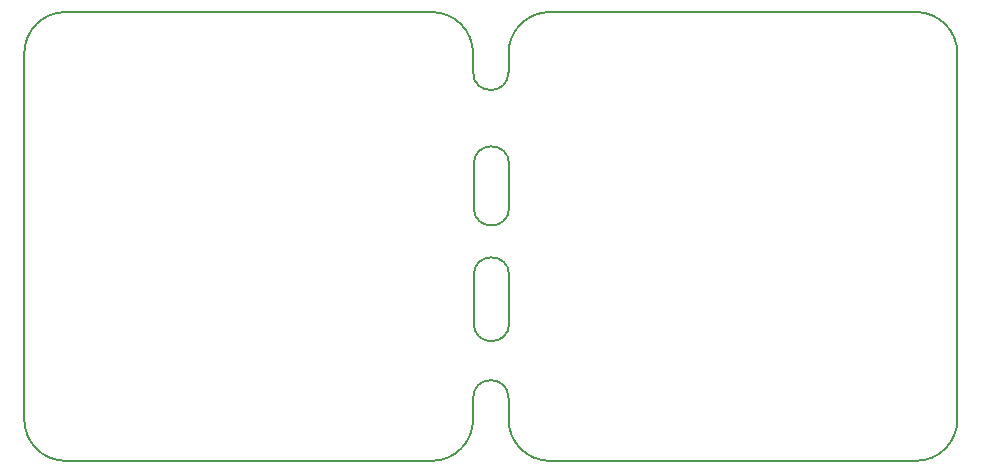
<source format=gbr>
%TF.GenerationSoftware,KiCad,Pcbnew,(6.0.1-0)*%
%TF.CreationDate,2023-01-25T00:15:58+01:00*%
%TF.ProjectId,ethersweep,65746865-7273-4776-9565-702e6b696361,2.0.1*%
%TF.SameCoordinates,Original*%
%TF.FileFunction,Other,User*%
%FSLAX46Y46*%
G04 Gerber Fmt 4.6, Leading zero omitted, Abs format (unit mm)*
G04 Created by KiCad (PCBNEW (6.0.1-0)) date 2023-01-25 00:15:58*
%MOMM*%
%LPD*%
G01*
G04 APERTURE LIST*
%TA.AperFunction,Profile*%
%ADD10C,0.150000*%
%TD*%
G04 APERTURE END LIST*
D10*
X187150000Y-39570000D02*
X187150000Y-43270000D01*
X184150000Y-43270000D02*
X184150000Y-39570000D01*
X184150000Y-53070000D02*
X184150000Y-48970000D01*
X187150000Y-48970000D02*
X187150000Y-53070000D01*
X187150000Y-39570000D02*
G75*
G03*
X184150000Y-39570000I-1500000J0D01*
G01*
X184150000Y-43270000D02*
G75*
G03*
X187150000Y-43270000I1500000J0D01*
G01*
X184150000Y-53070000D02*
G75*
G03*
X187150000Y-53070000I1500000J0D01*
G01*
X187150000Y-48970000D02*
G75*
G03*
X184150000Y-48970000I-1500000J0D01*
G01*
X184100000Y-31800000D02*
G75*
G03*
X187100000Y-31800000I1500000J0D01*
G01*
X187100000Y-59370000D02*
G75*
G03*
X184100000Y-59370000I-1500000J0D01*
G01*
X184100000Y-31800000D02*
X184100000Y-30200000D01*
X184100000Y-60700000D02*
X184100000Y-59400000D01*
X180600000Y-26700000D02*
X149600000Y-26700000D01*
X149600000Y-26700000D02*
G75*
G03*
X146100000Y-30200000I-1J-3499999D01*
G01*
X184100000Y-30200000D02*
G75*
G03*
X180600000Y-26700000I-3499999J1D01*
G01*
X180600000Y-64700000D02*
G75*
G03*
X184100000Y-61200000I1J3499999D01*
G01*
X146100000Y-30200000D02*
X146100000Y-61200000D01*
X149600000Y-64700000D02*
X180600000Y-64700000D01*
X146100000Y-61200000D02*
G75*
G03*
X149600000Y-64700000I3499999J-1D01*
G01*
X184100000Y-61200000D02*
X184100000Y-60700000D01*
X225100000Y-61200000D02*
X225100000Y-30200000D01*
X190600000Y-64700000D02*
X221600000Y-64700000D01*
X187100000Y-61200000D02*
G75*
G03*
X190600000Y-64700000I3499999J-1D01*
G01*
X221600000Y-64700000D02*
G75*
G03*
X225100000Y-61200000I1J3499999D01*
G01*
X190600000Y-26700000D02*
G75*
G03*
X187100000Y-30200000I-1J-3499999D01*
G01*
X190600000Y-26700000D02*
X221600000Y-26700000D01*
X187100000Y-30200000D02*
X187100000Y-30700000D01*
X187100000Y-61200000D02*
X187100000Y-59400000D01*
X187100000Y-31800000D02*
X187100000Y-30700000D01*
X225100000Y-30200000D02*
G75*
G03*
X221600000Y-26700000I-3499999J1D01*
G01*
M02*

</source>
